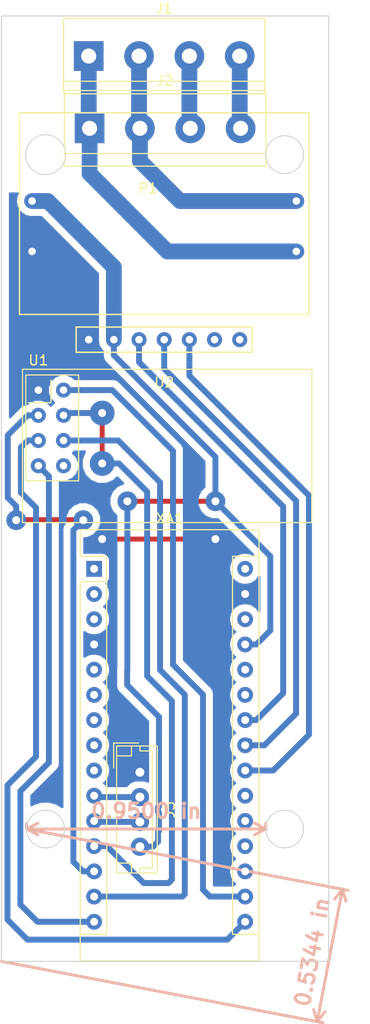
<source format=kicad_pcb>
(kicad_pcb (version 20171130) (host pcbnew "(5.0.1)-4")

  (general
    (thickness 1.6)
    (drawings 11)
    (tracks 155)
    (zones 0)
    (modules 7)
    (nets 37)
  )

  (page A4)
  (layers
    (0 F.Cu jumper)
    (31 B.Cu mixed)
    (33 F.Adhes user)
    (35 F.Paste user)
    (37 F.SilkS user)
    (39 F.Mask user)
    (40 Dwgs.User user)
    (41 Cmts.User user)
    (42 Eco1.User user)
    (43 Eco2.User user)
    (44 Edge.Cuts user)
    (45 Margin user)
    (47 F.CrtYd user)
    (49 F.Fab user)
  )

  (setup
    (last_trace_width 0.6)
    (trace_clearance 0.7)
    (zone_clearance 0.6)
    (zone_45_only no)
    (trace_min 0.2)
    (segment_width 0.2)
    (edge_width 0.1)
    (via_size 2)
    (via_drill 0.8)
    (via_min_size 2)
    (via_min_drill 0.8)
    (uvia_size 0.3)
    (uvia_drill 0.1)
    (uvias_allowed no)
    (uvia_min_size 0.2)
    (uvia_min_drill 0.1)
    (pcb_text_width 0.3)
    (pcb_text_size 1.5 1.5)
    (mod_edge_width 0.15)
    (mod_text_size 1 1)
    (mod_text_width 0.15)
    (pad_size 1.5 1.5)
    (pad_drill 0.6)
    (pad_to_mask_clearance 0)
    (solder_mask_min_width 0.25)
    (aux_axis_origin 97.155 160.02)
    (visible_elements 7FFFFFFF)
    (pcbplotparams
      (layerselection 0x01000_fffffffe)
      (usegerberextensions false)
      (usegerberattributes false)
      (usegerberadvancedattributes false)
      (creategerberjobfile false)
      (excludeedgelayer true)
      (linewidth 0.100000)
      (plotframeref false)
      (viasonmask false)
      (mode 1)
      (useauxorigin true)
      (hpglpennumber 1)
      (hpglpenspeed 20)
      (hpglpendiameter 15.000000)
      (psnegative false)
      (psa4output false)
      (plotreference true)
      (plotvalue true)
      (plotinvisibletext false)
      (padsonsilk false)
      (subtractmaskfromsilk false)
      (outputformat 1)
      (mirror false)
      (drillshape 0)
      (scaleselection 1)
      (outputdirectory "C:/Users/fabri/OneDrive/GitHub/Home_controller/Energy_meter/Drawing_energy_meter/gerber/"))
  )

  (net 0 "")
  (net 1 "Net-(J1-Pad2)")
  (net 2 "Net-(J1-Pad1)")
  (net 3 GND)
  (net 4 +3V3)
  (net 5 "Net-(U1-Pad3)")
  (net 6 "Net-(U1-Pad4)")
  (net 7 "Net-(U1-Pad5)")
  (net 8 "Net-(U1-Pad6)")
  (net 9 "Net-(U1-Pad7)")
  (net 10 "Net-(U1-Pad8)")
  (net 11 "Net-(U2-Pad3)")
  (net 12 "Net-(U2-Pad4)")
  (net 13 "Net-(U2-Pad5)")
  (net 14 "Net-(U2-Pad6)")
  (net 15 "Net-(U2-Pad7)")
  (net 16 "Net-(XA1-PadD0)")
  (net 17 "Net-(XA1-PadD1)")
  (net 18 "Net-(XA1-PadAREF)")
  (net 19 "Net-(XA1-PadRST1)")
  (net 20 "Net-(XA1-PadA0)")
  (net 21 "Net-(XA1-PadA1)")
  (net 22 "Net-(XA1-PadD2)")
  (net 23 "Net-(XA1-PadA2)")
  (net 24 "Net-(XA1-PadD3)")
  (net 25 "Net-(XA1-PadD4)")
  (net 26 "Net-(XA1-PadD5)")
  (net 27 "Net-(XA1-PadD6)")
  (net 28 "Net-(XA1-PadA6)")
  (net 29 "Net-(XA1-PadA7)")
  (net 30 "Net-(XA1-PadRST2)")
  (net 31 "Net-(XA1-PadVIN)")
  (net 32 "Net-(J1-Pad3)")
  (net 33 "Net-(J1-Pad4)")
  (net 34 +5V)
  (net 35 "Net-(J3-Pad2)")
  (net 36 "Net-(J3-Pad3)")

  (net_class Default "Ceci est la Netclass par défaut"
    (clearance 0.7)
    (trace_width 0.6)
    (via_dia 2)
    (via_drill 0.8)
    (uvia_dia 0.3)
    (uvia_drill 0.1)
    (add_net +3V3)
    (add_net +5V)
    (add_net GND)
    (add_net "Net-(J1-Pad1)")
    (add_net "Net-(J1-Pad2)")
    (add_net "Net-(J1-Pad3)")
    (add_net "Net-(J1-Pad4)")
    (add_net "Net-(J3-Pad2)")
    (add_net "Net-(J3-Pad3)")
    (add_net "Net-(U1-Pad3)")
    (add_net "Net-(U1-Pad4)")
    (add_net "Net-(U1-Pad5)")
    (add_net "Net-(U1-Pad6)")
    (add_net "Net-(U1-Pad7)")
    (add_net "Net-(U1-Pad8)")
    (add_net "Net-(U2-Pad3)")
    (add_net "Net-(U2-Pad4)")
    (add_net "Net-(U2-Pad5)")
    (add_net "Net-(U2-Pad6)")
    (add_net "Net-(U2-Pad7)")
    (add_net "Net-(XA1-PadA0)")
    (add_net "Net-(XA1-PadA1)")
    (add_net "Net-(XA1-PadA2)")
    (add_net "Net-(XA1-PadA6)")
    (add_net "Net-(XA1-PadA7)")
    (add_net "Net-(XA1-PadAREF)")
    (add_net "Net-(XA1-PadD0)")
    (add_net "Net-(XA1-PadD1)")
    (add_net "Net-(XA1-PadD2)")
    (add_net "Net-(XA1-PadD3)")
    (add_net "Net-(XA1-PadD4)")
    (add_net "Net-(XA1-PadD5)")
    (add_net "Net-(XA1-PadD6)")
    (add_net "Net-(XA1-PadRST1)")
    (add_net "Net-(XA1-PadRST2)")
    (add_net "Net-(XA1-PadVIN)")
  )

  (net_class Commande ""
    (clearance 0.8)
    (trace_width 1.2)
    (via_dia 3)
    (via_drill 0.8)
    (uvia_dia 0.3)
    (uvia_drill 0.1)
  )

  (module RF_Modules:nRF24L01_Breakout (layer F.Cu) (tedit 587EDB46) (tstamp 5BCCA9A0)
    (at 100.8761 102.4636)
    (descr "nRF24L01 breakout board")
    (tags "nRF24L01 adapter breakout")
    (path /5BA931F8)
    (fp_text reference U1 (at 0 -3) (layer F.SilkS)
      (effects (font (size 1 1) (thickness 0.15)))
    )
    (fp_text value NRF24L01_Breakout (at 13 5) (layer F.Fab)
      (effects (font (size 1 1) (thickness 0.15)))
    )
    (fp_line (start -1.5 -2) (end 27.5 -2) (layer F.Fab) (width 0.1))
    (fp_line (start 27.5 -2) (end 27.5 13.25) (layer F.Fab) (width 0.1))
    (fp_line (start 27.5 13.25) (end -1.5 13.25) (layer F.Fab) (width 0.1))
    (fp_line (start -1.5 13.25) (end -1.5 -2) (layer F.Fab) (width 0.1))
    (fp_line (start -1.5 -2) (end -1.5 -2) (layer F.Fab) (width 0.1))
    (fp_line (start -1.27 -1.27) (end 3.81 -1.27) (layer F.Fab) (width 0.1))
    (fp_line (start 3.81 -1.27) (end 3.81 8.89) (layer F.Fab) (width 0.1))
    (fp_line (start 3.81 8.89) (end -1.27 8.89) (layer F.Fab) (width 0.1))
    (fp_line (start -1.27 8.89) (end -1.27 -1.27) (layer F.Fab) (width 0.1))
    (fp_line (start -1.27 -1.27) (end -1.27 -1.27) (layer F.Fab) (width 0.1))
    (fp_line (start -1.27 -1.524) (end 4.064 -1.524) (layer F.SilkS) (width 0.12))
    (fp_line (start 4.064 -1.524) (end 4.064 9.144) (layer F.SilkS) (width 0.12))
    (fp_line (start 4.064 9.144) (end -1.27 9.144) (layer F.SilkS) (width 0.12))
    (fp_line (start -1.27 9.144) (end -1.27 9.144) (layer F.SilkS) (width 0.12))
    (fp_line (start 1.27 -1.016) (end 1.27 1.27) (layer F.SilkS) (width 0.12))
    (fp_line (start 1.27 1.27) (end -1.016 1.27) (layer F.SilkS) (width 0.12))
    (fp_line (start -1.016 1.27) (end -1.016 1.27) (layer F.SilkS) (width 0.12))
    (fp_line (start -1.6 -2.1) (end 27.6 -2.1) (layer F.SilkS) (width 0.12))
    (fp_line (start 27.6 -2.1) (end 27.6 13.35) (layer F.SilkS) (width 0.12))
    (fp_line (start 27.6 13.35) (end -1.6 13.35) (layer F.SilkS) (width 0.12))
    (fp_line (start -1.6 13.35) (end -1.6 -2.1) (layer F.SilkS) (width 0.12))
    (fp_line (start -1.6 -2.1) (end -1.6 -2.1) (layer F.SilkS) (width 0.12))
    (fp_line (start -1.27 9.144) (end -1.27 -1.524) (layer F.SilkS) (width 0.12))
    (fp_line (start -1.27 -1.524) (end -1.27 -1.524) (layer F.SilkS) (width 0.12))
    (fp_line (start 27.75 -2.25) (end -1.75 -2.25) (layer F.CrtYd) (width 0.05))
    (fp_line (start -1.75 -2.25) (end -1.75 13.5) (layer F.CrtYd) (width 0.05))
    (fp_line (start -1.75 13.5) (end 27.75 13.5) (layer F.CrtYd) (width 0.05))
    (fp_line (start 27.75 13.5) (end 27.75 -2.25) (layer F.CrtYd) (width 0.05))
    (fp_line (start 27.75 -2.25) (end 27.75 -2.25) (layer F.CrtYd) (width 0.05))
    (pad 1 thru_hole rect (at 0 0) (size 1.524 1.524) (drill 0.762) (layers *.Cu *.Mask)
      (net 3 GND))
    (pad 2 thru_hole circle (at 2.54 0) (size 1.524 1.524) (drill 0.762) (layers *.Cu *.Mask)
      (net 4 +3V3))
    (pad 3 thru_hole circle (at 0 2.54) (size 1.524 1.524) (drill 0.762) (layers *.Cu *.Mask)
      (net 5 "Net-(U1-Pad3)"))
    (pad 4 thru_hole circle (at 2.54 2.54) (size 1.524 1.524) (drill 0.762) (layers *.Cu *.Mask)
      (net 6 "Net-(U1-Pad4)"))
    (pad 5 thru_hole circle (at 0 5.08) (size 1.524 1.524) (drill 0.762) (layers *.Cu *.Mask)
      (net 7 "Net-(U1-Pad5)"))
    (pad 6 thru_hole circle (at 2.54 5.08) (size 1.524 1.524) (drill 0.762) (layers *.Cu *.Mask)
      (net 8 "Net-(U1-Pad6)"))
    (pad 7 thru_hole circle (at 0 7.62) (size 1.524 1.524) (drill 0.762) (layers *.Cu *.Mask)
      (net 9 "Net-(U1-Pad7)"))
    (pad 8 thru_hole circle (at 2.54 7.62) (size 1.524 1.524) (drill 0.762) (layers *.Cu *.Mask)
      (net 10 "Net-(U1-Pad8)"))
    (model ${KISYS3DMOD}/RF_Modules.3dshapes/nRF24L01_Breakout.wrl
      (at (xyz 0 0 0))
      (scale (xyz 1 1 1))
      (rotate (xyz 0 0 0))
    )
  )

  (module mysensors_radios:Arduino_Nano_2 (layer F.Cu) (tedit 5BCCA2BA) (tstamp 5BCCA9E8)
    (at 106.5022 120.4722)
    (descr "Arduino Nano, http://www.mouser.com/pdfdocs/Gravitech_Arduino_Nano3_0.pdf")
    (tags "Arduino Nano")
    (path /5BA93179)
    (fp_text reference XA1 (at 7.62 -5.08) (layer F.SilkS)
      (effects (font (size 1 1) (thickness 0.15)))
    )
    (fp_text value Arduino_Nano_Socket (at 8.89 19.05 90) (layer F.Fab)
      (effects (font (size 1 1) (thickness 0.15)))
    )
    (fp_text user %R (at 6.35 19.05 90) (layer F.Fab)
      (effects (font (size 1 1) (thickness 0.15)))
    )
    (fp_line (start 1.27 1.27) (end 1.27 -1.27) (layer F.SilkS) (width 0.12))
    (fp_line (start 1.27 -1.27) (end -1.4 -1.27) (layer F.SilkS) (width 0.12))
    (fp_line (start -1.4 1.27) (end -1.4 39.5) (layer F.SilkS) (width 0.12))
    (fp_line (start -1.4 -3.94) (end -1.4 -1.27) (layer F.SilkS) (width 0.12))
    (fp_line (start 13.97 -1.27) (end 16.64 -1.27) (layer F.SilkS) (width 0.12))
    (fp_line (start 13.97 -1.27) (end 13.97 36.83) (layer F.SilkS) (width 0.12))
    (fp_line (start 13.97 36.83) (end 16.64 36.83) (layer F.SilkS) (width 0.12))
    (fp_line (start 1.27 1.27) (end -1.4 1.27) (layer F.SilkS) (width 0.12))
    (fp_line (start 1.27 1.27) (end 1.27 36.83) (layer F.SilkS) (width 0.12))
    (fp_line (start 1.27 36.83) (end -1.4 36.83) (layer F.SilkS) (width 0.12))
    (fp_line (start 3.81 31.75) (end 11.43 31.75) (layer F.Fab) (width 0.1))
    (fp_line (start 11.43 31.75) (end 11.43 41.91) (layer F.Fab) (width 0.1))
    (fp_line (start 11.43 41.91) (end 3.81 41.91) (layer F.Fab) (width 0.1))
    (fp_line (start 3.81 41.91) (end 3.81 31.75) (layer F.Fab) (width 0.1))
    (fp_line (start -1.4 39.5) (end 16.64 39.5) (layer F.SilkS) (width 0.12))
    (fp_line (start 16.64 39.5) (end 16.64 -3.94) (layer F.SilkS) (width 0.12))
    (fp_line (start 16.64 -3.94) (end -1.4 -3.94) (layer F.SilkS) (width 0.12))
    (fp_line (start 16.51 39.37) (end -1.27 39.37) (layer F.Fab) (width 0.1))
    (fp_line (start -1.27 39.37) (end -1.27 -2.54) (layer F.Fab) (width 0.1))
    (fp_line (start -1.27 -2.54) (end 0 -3.81) (layer F.Fab) (width 0.1))
    (fp_line (start 0 -3.81) (end 16.51 -3.81) (layer F.Fab) (width 0.1))
    (fp_line (start 16.51 -3.81) (end 16.51 39.37) (layer F.Fab) (width 0.1))
    (fp_line (start -1.53 -4.06) (end 16.75 -4.06) (layer F.CrtYd) (width 0.05))
    (fp_line (start -1.53 -4.06) (end -1.53 42.16) (layer F.CrtYd) (width 0.05))
    (fp_line (start 16.75 42.16) (end 16.75 -4.06) (layer F.CrtYd) (width 0.05))
    (fp_line (start 16.75 42.16) (end -1.53 42.16) (layer F.CrtYd) (width 0.05))
    (pad D0 thru_hole rect (at 0 0) (size 1.6 1.6) (drill 0.8) (layers *.Cu *.Mask)
      (net 16 "Net-(XA1-PadD0)"))
    (pad 3V3 thru_hole oval (at 15.24 33.02) (size 1.6 1.6) (drill 0.8) (layers *.Cu *.Mask)
      (net 4 +3V3))
    (pad D1 thru_hole oval (at 0 2.54) (size 1.6 1.6) (drill 0.8) (layers *.Cu *.Mask)
      (net 17 "Net-(XA1-PadD1)"))
    (pad AREF thru_hole oval (at 15.24 30.48) (size 1.6 1.6) (drill 0.8) (layers *.Cu *.Mask)
      (net 18 "Net-(XA1-PadAREF)"))
    (pad RST1 thru_hole oval (at 0 5.08) (size 1.6 1.6) (drill 0.8) (layers *.Cu *.Mask)
      (net 19 "Net-(XA1-PadRST1)"))
    (pad A0 thru_hole oval (at 15.24 27.94) (size 1.6 1.6) (drill 0.8) (layers *.Cu *.Mask)
      (net 20 "Net-(XA1-PadA0)"))
    (pad GND1 thru_hole oval (at 0 7.62) (size 1.6 1.6) (drill 0.8) (layers *.Cu *.Mask)
      (net 3 GND))
    (pad A1 thru_hole oval (at 15.24 25.4) (size 1.6 1.6) (drill 0.8) (layers *.Cu *.Mask)
      (net 21 "Net-(XA1-PadA1)"))
    (pad D2 thru_hole oval (at 0 10.16) (size 1.6 1.6) (drill 0.8) (layers *.Cu *.Mask)
      (net 22 "Net-(XA1-PadD2)"))
    (pad A2 thru_hole oval (at 15.24 22.86) (size 1.6 1.6) (drill 0.8) (layers *.Cu *.Mask)
      (net 23 "Net-(XA1-PadA2)"))
    (pad D3 thru_hole oval (at 0 12.7) (size 1.6 1.6) (drill 0.8) (layers *.Cu *.Mask)
      (net 24 "Net-(XA1-PadD3)"))
    (pad A3 thru_hole oval (at 15.24 20.32) (size 1.6 1.6) (drill 0.8) (layers *.Cu *.Mask)
      (net 13 "Net-(U2-Pad5)"))
    (pad D4 thru_hole oval (at 0 15.24) (size 1.6 1.6) (drill 0.8) (layers *.Cu *.Mask)
      (net 25 "Net-(XA1-PadD4)"))
    (pad A4 thru_hole oval (at 15.24 17.78) (size 1.6 1.6) (drill 0.8) (layers *.Cu *.Mask)
      (net 12 "Net-(U2-Pad4)"))
    (pad D5 thru_hole oval (at 0 17.78) (size 1.6 1.6) (drill 0.8) (layers *.Cu *.Mask)
      (net 26 "Net-(XA1-PadD5)"))
    (pad A5 thru_hole oval (at 15.24 15.24) (size 1.6 1.6) (drill 0.8) (layers *.Cu *.Mask)
      (net 11 "Net-(U2-Pad3)"))
    (pad D6 thru_hole oval (at 0 20.32) (size 1.6 1.6) (drill 0.8) (layers *.Cu *.Mask)
      (net 27 "Net-(XA1-PadD6)"))
    (pad A6 thru_hole oval (at 15.24 12.7) (size 1.6 1.6) (drill 0.8) (layers *.Cu *.Mask)
      (net 28 "Net-(XA1-PadA6)"))
    (pad D7 thru_hole oval (at 0 22.86) (size 1.6 1.6) (drill 0.8) (layers *.Cu *.Mask)
      (net 35 "Net-(J3-Pad2)"))
    (pad A7 thru_hole oval (at 15.24 10.16) (size 1.6 1.6) (drill 0.8) (layers *.Cu *.Mask)
      (net 29 "Net-(XA1-PadA7)"))
    (pad D8 thru_hole oval (at 0 25.4) (size 1.6 1.6) (drill 0.8) (layers *.Cu *.Mask)
      (net 36 "Net-(J3-Pad3)"))
    (pad 5V thru_hole oval (at 15.24 7.62) (size 1.6 1.6) (drill 0.8) (layers *.Cu *.Mask)
      (net 34 +5V))
    (pad D9 thru_hole oval (at 0 27.94) (size 1.6 1.6) (drill 0.8) (layers *.Cu *.Mask)
      (net 6 "Net-(U1-Pad4)"))
    (pad RST2 thru_hole oval (at 15.24 5.08) (size 1.6 1.6) (drill 0.8) (layers *.Cu *.Mask)
      (net 30 "Net-(XA1-PadRST2)"))
    (pad D10 thru_hole oval (at 0 30.48) (size 1.6 1.6) (drill 0.8) (layers *.Cu *.Mask)
      (net 5 "Net-(U1-Pad3)"))
    (pad GND2 thru_hole oval (at 15.24 2.54) (size 1.6 1.6) (drill 0.8) (layers *.Cu *.Mask)
      (net 3 GND))
    (pad D11 thru_hole oval (at 0 33.02) (size 1.6 1.6) (drill 0.8) (layers *.Cu *.Mask)
      (net 8 "Net-(U1-Pad6)"))
    (pad VIN thru_hole oval (at 15.24 0) (size 1.6 1.6) (drill 0.8) (layers *.Cu *.Mask)
      (net 31 "Net-(XA1-PadVIN)"))
    (pad D12 thru_hole oval (at 0 35.56) (size 1.6 1.6) (drill 0.8) (layers *.Cu *.Mask)
      (net 9 "Net-(U1-Pad7)"))
    (pad D13 thru_hole oval (at 15.24 35.56) (size 1.6 1.6) (drill 0.8) (layers *.Cu *.Mask)
      (net 7 "Net-(U1-Pad5)"))
  )

  (module Connectors_Terminal_Blocks:TerminalBlock_bornier-4_P5.08mm (layer F.Cu) (tedit 59FF03D1) (tstamp 5BCCA98C)
    (at 105.9561 68.8086)
    (descr "simple 4-pin terminal block, pitch 5.08mm, revamped version of bornier4")
    (tags "terminal block bornier4")
    (path /5BCCA4A6)
    (fp_text reference J1 (at 7.6 -4.8) (layer F.SilkS)
      (effects (font (size 1 1) (thickness 0.15)))
    )
    (fp_text value Power (at 7.6 4.75) (layer F.Fab)
      (effects (font (size 1 1) (thickness 0.15)))
    )
    (fp_text user %R (at 7.62 0) (layer F.Fab)
      (effects (font (size 1 1) (thickness 0.15)))
    )
    (fp_line (start -2.48 2.55) (end 17.72 2.55) (layer F.Fab) (width 0.1))
    (fp_line (start -2.43 3.75) (end -2.48 3.75) (layer F.Fab) (width 0.1))
    (fp_line (start -2.48 3.75) (end -2.48 -3.75) (layer F.Fab) (width 0.1))
    (fp_line (start -2.48 -3.75) (end 17.72 -3.75) (layer F.Fab) (width 0.1))
    (fp_line (start 17.72 -3.75) (end 17.72 3.75) (layer F.Fab) (width 0.1))
    (fp_line (start 17.72 3.75) (end -2.43 3.75) (layer F.Fab) (width 0.1))
    (fp_line (start -2.54 -3.81) (end -2.54 3.81) (layer F.SilkS) (width 0.12))
    (fp_line (start 17.78 3.81) (end 17.78 -3.81) (layer F.SilkS) (width 0.12))
    (fp_line (start 17.78 2.54) (end -2.54 2.54) (layer F.SilkS) (width 0.12))
    (fp_line (start -2.54 -3.81) (end 17.78 -3.81) (layer F.SilkS) (width 0.12))
    (fp_line (start -2.54 3.81) (end 17.78 3.81) (layer F.SilkS) (width 0.12))
    (fp_line (start -2.73 -4) (end 17.97 -4) (layer F.CrtYd) (width 0.05))
    (fp_line (start -2.73 -4) (end -2.73 4) (layer F.CrtYd) (width 0.05))
    (fp_line (start 17.97 4) (end 17.97 -4) (layer F.CrtYd) (width 0.05))
    (fp_line (start 17.97 4) (end -2.73 4) (layer F.CrtYd) (width 0.05))
    (pad 2 thru_hole circle (at 5.08 0) (size 3 3) (drill 1.52) (layers *.Cu *.Mask)
      (net 1 "Net-(J1-Pad2)"))
    (pad 3 thru_hole circle (at 10.16 0) (size 3 3) (drill 1.52) (layers *.Cu *.Mask)
      (net 32 "Net-(J1-Pad3)"))
    (pad 1 thru_hole rect (at 0 0) (size 3 3) (drill 1.52) (layers *.Cu *.Mask)
      (net 2 "Net-(J1-Pad1)"))
    (pad 4 thru_hole circle (at 15.24 0) (size 3 3) (drill 1.52) (layers *.Cu *.Mask)
      (net 33 "Net-(J1-Pad4)"))
    (model ${KISYS3DMOD}/Terminal_Blocks.3dshapes/TerminalBlock_bornier-4_P5.08mm.wrl
      (offset (xyz 7.619999885559082 0 0))
      (scale (xyz 1 1 1))
      (rotate (xyz 0 0 0))
    )
  )

  (module mysensors_radios:Alimentation5V (layer F.Cu) (tedit 5BCC9106) (tstamp 5BCCA994)
    (at 112.9411 84.6836)
    (path /5BCC8A38)
    (fp_text reference P1 (at -1.016 -2.548) (layer F.SilkS)
      (effects (font (size 1 1) (thickness 0.15)))
    )
    (fp_text value Alimentation230/5 (at -1.016 -3.548) (layer F.Fab)
      (effects (font (size 1 1) (thickness 0.15)))
    )
    (fp_line (start -13.97 -10.16) (end 15.24 -10.16) (layer F.SilkS) (width 0.15))
    (fp_line (start 15.24 -10.16) (end 15.24 10.16) (layer F.SilkS) (width 0.15))
    (fp_line (start 15.24 10.16) (end -13.97 10.16) (layer F.SilkS) (width 0.15))
    (fp_line (start -13.97 10.16) (end -13.97 -10.16) (layer F.SilkS) (width 0.15))
    (pad 4 thru_hole circle (at -12.7 3.81) (size 1.524 1.524) (drill 0.762) (layers *.Cu *.Mask)
      (net 3 GND))
    (pad 3 thru_hole circle (at -12.7 -1.27) (size 1.524 1.524) (drill 0.762) (layers *.Cu *.Mask)
      (net 34 +5V))
    (pad 1 thru_hole circle (at 13.97 -1.27) (size 1.524 1.524) (drill 0.762) (layers *.Cu *.Mask)
      (net 1 "Net-(J1-Pad2)"))
    (pad 2 thru_hole circle (at 13.97 3.81) (size 1.524 1.524) (drill 0.762) (layers *.Cu *.Mask)
      (net 2 "Net-(J1-Pad1)"))
  )

  (module Display:96OLEDV2 (layer F.Cu) (tedit 5BCC96FE) (tstamp 5BCCA9AB)
    (at 105.9561 97.3836)
    (path /5BA941EF)
    (fp_text reference U2 (at 7.62 4.31) (layer F.SilkS)
      (effects (font (size 1 1) (thickness 0.15)))
    )
    (fp_text value OLED_I2C_128X64_096IN (at 7.62 3.31) (layer F.Fab)
      (effects (font (size 1 1) (thickness 0.15)))
    )
    (fp_line (start -1.27 -1.27) (end 16.51 -1.27) (layer F.SilkS) (width 0.15))
    (fp_line (start 16.51 -1.27) (end 16.51 1.27) (layer F.SilkS) (width 0.15))
    (fp_line (start 16.51 1.27) (end -1.27 1.27) (layer F.SilkS) (width 0.15))
    (fp_line (start -1.27 1.27) (end -1.27 -1.27) (layer F.SilkS) (width 0.15))
    (pad 1 thru_hole circle (at 0 0) (size 1.524 1.524) (drill 0.762) (layers *.Cu *.Mask)
      (net 3 GND))
    (pad 2 thru_hole circle (at 2.54 0) (size 1.524 1.524) (drill 0.762) (layers *.Cu *.Mask)
      (net 34 +5V))
    (pad 3 thru_hole circle (at 5.08 0) (size 1.524 1.524) (drill 0.762) (layers *.Cu *.Mask)
      (net 11 "Net-(U2-Pad3)"))
    (pad 4 thru_hole circle (at 7.62 0) (size 1.524 1.524) (drill 0.762) (layers *.Cu *.Mask)
      (net 12 "Net-(U2-Pad4)"))
    (pad 5 thru_hole circle (at 10.16 0) (size 1.524 1.524) (drill 0.762) (layers *.Cu *.Mask)
      (net 13 "Net-(U2-Pad5)"))
    (pad 6 thru_hole circle (at 12.7 0) (size 1.524 1.524) (drill 0.762) (layers *.Cu *.Mask)
      (net 14 "Net-(U2-Pad6)"))
    (pad 7 thru_hole circle (at 15.24 0) (size 1.524 1.524) (drill 0.762) (layers *.Cu *.Mask)
      (net 15 "Net-(U2-Pad7)"))
  )

  (module Connectors_Terminal_Blocks:TerminalBlock_bornier-4_P5.08mm (layer F.Cu) (tedit 59FF03D1) (tstamp 5BCCBE04)
    (at 106.045 76.090001)
    (descr "simple 4-pin terminal block, pitch 5.08mm, revamped version of bornier4")
    (tags "terminal block bornier4")
    (path /5BCCBE0C)
    (fp_text reference J2 (at 7.6 -4.8) (layer F.SilkS)
      (effects (font (size 1 1) (thickness 0.15)))
    )
    (fp_text value "Puissance PZEM" (at 7.6 4.75) (layer F.Fab)
      (effects (font (size 1 1) (thickness 0.15)))
    )
    (fp_text user %R (at 7.62 0) (layer F.Fab)
      (effects (font (size 1 1) (thickness 0.15)))
    )
    (fp_line (start -2.48 2.55) (end 17.72 2.55) (layer F.Fab) (width 0.1))
    (fp_line (start -2.43 3.75) (end -2.48 3.75) (layer F.Fab) (width 0.1))
    (fp_line (start -2.48 3.75) (end -2.48 -3.75) (layer F.Fab) (width 0.1))
    (fp_line (start -2.48 -3.75) (end 17.72 -3.75) (layer F.Fab) (width 0.1))
    (fp_line (start 17.72 -3.75) (end 17.72 3.75) (layer F.Fab) (width 0.1))
    (fp_line (start 17.72 3.75) (end -2.43 3.75) (layer F.Fab) (width 0.1))
    (fp_line (start -2.54 -3.81) (end -2.54 3.81) (layer F.SilkS) (width 0.12))
    (fp_line (start 17.78 3.81) (end 17.78 -3.81) (layer F.SilkS) (width 0.12))
    (fp_line (start 17.78 2.54) (end -2.54 2.54) (layer F.SilkS) (width 0.12))
    (fp_line (start -2.54 -3.81) (end 17.78 -3.81) (layer F.SilkS) (width 0.12))
    (fp_line (start -2.54 3.81) (end 17.78 3.81) (layer F.SilkS) (width 0.12))
    (fp_line (start -2.73 -4) (end 17.97 -4) (layer F.CrtYd) (width 0.05))
    (fp_line (start -2.73 -4) (end -2.73 4) (layer F.CrtYd) (width 0.05))
    (fp_line (start 17.97 4) (end 17.97 -4) (layer F.CrtYd) (width 0.05))
    (fp_line (start 17.97 4) (end -2.73 4) (layer F.CrtYd) (width 0.05))
    (pad 2 thru_hole circle (at 5.08 0) (size 3 3) (drill 1.52) (layers *.Cu *.Mask)
      (net 1 "Net-(J1-Pad2)"))
    (pad 3 thru_hole circle (at 10.16 0) (size 3 3) (drill 1.52) (layers *.Cu *.Mask)
      (net 32 "Net-(J1-Pad3)"))
    (pad 1 thru_hole rect (at 0 0) (size 3 3) (drill 1.52) (layers *.Cu *.Mask)
      (net 2 "Net-(J1-Pad1)"))
    (pad 4 thru_hole circle (at 15.24 0) (size 3 3) (drill 1.52) (layers *.Cu *.Mask)
      (net 33 "Net-(J1-Pad4)"))
    (model ${KISYS3DMOD}/Terminal_Blocks.3dshapes/TerminalBlock_bornier-4_P5.08mm.wrl
      (offset (xyz 7.619999885559082 0 0))
      (scale (xyz 1 1 1))
      (rotate (xyz 0 0 0))
    )
  )

  (module Connectors_JST:JST_EH_B04B-EH-A_04x2.50mm_Straight (layer F.Cu) (tedit 58A3B0B5) (tstamp 5BCCBE0C)
    (at 111.125 140.97 270)
    (descr "JST EH series connector, B04B-EH-A, 2.50mm pitch, top entry")
    (tags "connector jst eh top vertical straight")
    (path /5BCCBF85)
    (fp_text reference J3 (at 3.75 -3 270) (layer F.SilkS)
      (effects (font (size 1 1) (thickness 0.15)))
    )
    (fp_text value "Serie PZEM" (at 3.75 3.5 270) (layer F.Fab)
      (effects (font (size 1 1) (thickness 0.15)))
    )
    (fp_text user %R (at 3.75 -3 270) (layer F.Fab)
      (effects (font (size 1 1) (thickness 0.15)))
    )
    (fp_line (start -2.5 -1.6) (end -2.5 2.2) (layer F.Fab) (width 0.1))
    (fp_line (start -2.5 2.2) (end 10 2.2) (layer F.Fab) (width 0.1))
    (fp_line (start 10 2.2) (end 10 -1.6) (layer F.Fab) (width 0.1))
    (fp_line (start 10 -1.6) (end -2.5 -1.6) (layer F.Fab) (width 0.1))
    (fp_line (start -2.65 -1.75) (end -2.65 2.35) (layer F.SilkS) (width 0.12))
    (fp_line (start -2.65 2.35) (end 10.15 2.35) (layer F.SilkS) (width 0.12))
    (fp_line (start 10.15 2.35) (end 10.15 -1.75) (layer F.SilkS) (width 0.12))
    (fp_line (start 10.15 -1.75) (end -2.65 -1.75) (layer F.SilkS) (width 0.12))
    (fp_line (start -2.65 0) (end -2.15 0) (layer F.SilkS) (width 0.12))
    (fp_line (start -2.15 0) (end -2.15 -1.25) (layer F.SilkS) (width 0.12))
    (fp_line (start -2.15 -1.25) (end 9.65 -1.25) (layer F.SilkS) (width 0.12))
    (fp_line (start 9.65 -1.25) (end 9.65 0) (layer F.SilkS) (width 0.12))
    (fp_line (start 9.65 0) (end 10.15 0) (layer F.SilkS) (width 0.12))
    (fp_line (start -2.65 0.85) (end -1.65 0.85) (layer F.SilkS) (width 0.12))
    (fp_line (start -1.65 0.85) (end -1.65 2.35) (layer F.SilkS) (width 0.12))
    (fp_line (start 10.15 0.85) (end 9.15 0.85) (layer F.SilkS) (width 0.12))
    (fp_line (start 9.15 0.85) (end 9.15 2.35) (layer F.SilkS) (width 0.12))
    (fp_line (start -2.95 0.15) (end -2.95 2.65) (layer F.SilkS) (width 0.12))
    (fp_line (start -2.95 2.65) (end -0.45 2.65) (layer F.SilkS) (width 0.12))
    (fp_line (start -2.95 0.15) (end -2.95 2.65) (layer F.Fab) (width 0.1))
    (fp_line (start -2.95 2.65) (end -0.45 2.65) (layer F.Fab) (width 0.1))
    (fp_line (start -3.15 -2.25) (end -3.15 2.85) (layer F.CrtYd) (width 0.05))
    (fp_line (start -3.15 2.85) (end 10.65 2.85) (layer F.CrtYd) (width 0.05))
    (fp_line (start 10.65 2.85) (end 10.65 -2.25) (layer F.CrtYd) (width 0.05))
    (fp_line (start 10.65 -2.25) (end -3.15 -2.25) (layer F.CrtYd) (width 0.05))
    (pad 1 thru_hole rect (at 0 0 270) (size 1.85 1.85) (drill 0.9) (layers *.Cu *.Mask)
      (net 3 GND))
    (pad 2 thru_hole circle (at 2.5 0 270) (size 1.85 1.85) (drill 0.9) (layers *.Cu *.Mask)
      (net 35 "Net-(J3-Pad2)"))
    (pad 3 thru_hole circle (at 5 0 270) (size 1.85 1.85) (drill 0.9) (layers *.Cu *.Mask)
      (net 36 "Net-(J3-Pad3)"))
    (pad 4 thru_hole circle (at 7.5 0 270) (size 1.85 1.85) (drill 0.9) (layers *.Cu *.Mask)
      (net 34 +5V))
    (model Connectors_JST.3dshapes/JST_EH_B04B-EH-A_04x2.50mm_Straight.wrl
      (at (xyz 0 0 0))
      (scale (xyz 1 1 1))
      (rotate (xyz 0 0 0))
    )
  )

  (gr_line (start 97.155 160.02) (end 97.155 64.77) (layer Edge.Cuts) (width 0.1))
  (gr_circle (center 101.6 146.685) (end 103.505 146.685) (layer Edge.Cuts) (width 0.1))
  (dimension 13.57475 (width 0.3) (layer B.SilkS)
    (gr_text "13,575 mm" (at 132.351849 159.814757 79.21570213) (layer B.SilkS)
      (effects (font (size 1.5 1.5) (thickness 0.3)))
    )
    (feature1 (pts (xy 97.155 160.02) (xy 129.595002 166.199048)))
    (feature2 (pts (xy 99.695 146.685) (xy 132.135002 152.864048)))
    (crossbar (pts (xy 131.558938 152.754322) (xy 129.018938 166.089322)))
    (arrow1a (pts (xy 129.018938 166.089322) (xy 128.653657 164.872987)))
    (arrow1b (pts (xy 129.018938 166.089322) (xy 129.805784 165.09244)))
    (arrow2a (pts (xy 131.558938 152.754322) (xy 130.772092 153.751204)))
    (arrow2b (pts (xy 131.558938 152.754322) (xy 131.924219 153.970657)))
  )
  (dimension 24.13 (width 0.3) (layer B.SilkS)
    (gr_text "24,130 mm" (at 111.76 144.585) (layer B.SilkS)
      (effects (font (size 1.5 1.5) (thickness 0.3)))
    )
    (feature1 (pts (xy 99.695 146.685) (xy 99.695 146.098579)))
    (feature2 (pts (xy 123.825 146.685) (xy 123.825 146.098579)))
    (crossbar (pts (xy 123.825 146.685) (xy 99.695 146.685)))
    (arrow1a (pts (xy 99.695 146.685) (xy 100.821504 146.098579)))
    (arrow1b (pts (xy 99.695 146.685) (xy 100.821504 147.271421)))
    (arrow2a (pts (xy 123.825 146.685) (xy 122.698496 146.098579)))
    (arrow2b (pts (xy 123.825 146.685) (xy 122.698496 147.271421)))
  )
  (dimension 24.13 (width 0.3) (layer B.SilkS)
    (gr_text "24,130 mm" (at 111.76 144.585) (layer B.SilkS)
      (effects (font (size 1.5 1.5) (thickness 0.3)))
    )
    (feature1 (pts (xy 99.695 146.685) (xy 99.695 146.098579)))
    (feature2 (pts (xy 123.825 146.685) (xy 123.825 146.098579)))
    (crossbar (pts (xy 123.825 146.685) (xy 99.695 146.685)))
    (arrow1a (pts (xy 99.695 146.685) (xy 100.821504 146.098579)))
    (arrow1b (pts (xy 99.695 146.685) (xy 100.821504 147.271421)))
    (arrow2a (pts (xy 123.825 146.685) (xy 122.698496 146.098579)))
    (arrow2b (pts (xy 123.825 146.685) (xy 122.698496 147.271421)))
  )
  (gr_line (start 130.175 160.02) (end 97.155 160.02) (angle 90) (layer Edge.Cuts) (width 0.1))
  (gr_line (start 97.155 64.77) (end 130.175 64.77) (angle 90) (layer Edge.Cuts) (width 0.1))
  (gr_circle (center 125.73 78.74) (end 127.635 78.74) (layer Edge.Cuts) (width 0.1))
  (gr_circle (center 101.6 78.74) (end 99.695 78.105) (layer Edge.Cuts) (width 0.1))
  (gr_circle (center 125.73 146.685) (end 127.635 146.685) (layer Edge.Cuts) (width 0.1))
  (gr_line (start 130.175 64.77) (end 130.175 160.02) (angle 90) (layer Edge.Cuts) (width 0.1))

  (segment (start 111.125 76.090001) (end 111.125 79.375) (width 1.6) (layer B.Cu) (net 1))
  (segment (start 111.125 79.375) (end 115.1636 83.4136) (width 1.6) (layer B.Cu) (net 1) (tstamp 5BCCC0B7))
  (segment (start 115.1636 83.4136) (end 126.9111 83.4136) (width 1.6) (layer B.Cu) (net 1) (tstamp 5BCCC0BA))
  (segment (start 111.0361 68.8086) (end 111.0361 74.8411) (width 1.6) (layer B.Cu) (net 1))
  (segment (start 106.045 76.090001) (end 106.045 80.645) (width 1.6) (layer B.Cu) (net 2))
  (segment (start 106.045 80.645) (end 113.8936 88.4936) (width 1.6) (layer B.Cu) (net 2) (tstamp 5BCCC0AC))
  (segment (start 113.8936 88.4936) (end 126.9111 88.4936) (width 1.6) (layer B.Cu) (net 2) (tstamp 5BCCC0B3))
  (segment (start 105.9561 76.1111) (end 106.045 76.2) (width 1.6) (layer F.Cu) (net 2) (tstamp 5BCCB693))
  (segment (start 105.9561 68.8086) (end 105.9561 76.1111) (width 1.6) (layer B.Cu) (net 2))
  (via (at 118.745 117.475) (size 2) (drill 0.8) (layers F.Cu B.Cu) (net 3))
  (segment (start 107.315 117.475) (end 118.745 117.475) (width 0.5) (layer F.Cu) (net 3) (tstamp 5BCCE583))
  (via (at 107.315 117.475) (size 2) (drill 0.8) (layers F.Cu B.Cu) (net 3))
  (segment (start 100.2411 88.4936) (end 100.2411 96.4311) (width 1) (layer B.Cu) (net 3))
  (segment (start 100.2411 96.4311) (end 101.1936 97.3836) (width 1) (layer B.Cu) (net 3) (tstamp 5BCCCE51))
  (segment (start 105.9561 97.3836) (end 101.1936 97.3836) (width 1) (layer B.Cu) (net 3))
  (segment (start 101.1936 97.3836) (end 100.8761 97.7011) (width 1) (layer B.Cu) (net 3) (tstamp 5BCCCE46))
  (segment (start 100.8761 97.7011) (end 100.8761 102.4636) (width 1) (layer B.Cu) (net 3) (tstamp 5BCCCE4D))
  (segment (start 100.2411 88.4936) (end 103.0986 88.4936) (width 1.6) (layer B.Cu) (net 3))
  (segment (start 103.0986 88.4936) (end 105.9561 91.3511) (width 1.6) (layer B.Cu) (net 3) (tstamp 5BCCB71A))
  (segment (start 105.9561 91.3511) (end 105.9561 97.3836) (width 1.6) (layer B.Cu) (net 3) (tstamp 5BCCB71F))
  (segment (start 120.942201 122.212201) (end 121.7422 123.0122) (width 0.6) (layer B.Cu) (net 3))
  (segment (start 120.818199 122.212201) (end 120.942201 122.212201) (width 0.6) (layer B.Cu) (net 3))
  (segment (start 118.745 120.139002) (end 120.818199 122.212201) (width 0.6) (layer B.Cu) (net 3))
  (segment (start 118.745 117.475) (end 118.745 120.139002) (width 0.6) (layer B.Cu) (net 3))
  (segment (start 115.76511 108.056617) (end 115.76511 117.7036) (width 0.6) (layer B.Cu) (net 3))
  (segment (start 106.718099 99.009608) (end 115.76511 108.056617) (width 0.6) (layer B.Cu) (net 3))
  (segment (start 105.9561 97.3836) (end 106.718099 98.145599) (width 0.6) (layer B.Cu) (net 3))
  (segment (start 106.718099 98.145599) (end 106.718099 99.009608) (width 0.6) (layer B.Cu) (net 3))
  (segment (start 115.99371 117.475) (end 118.745 117.475) (width 0.6) (layer B.Cu) (net 3))
  (segment (start 115.76511 117.7036) (end 115.99371 117.475) (width 0.6) (layer B.Cu) (net 3))
  (segment (start 108.302201 127.423569) (end 107.63357 128.0922) (width 0.6) (layer B.Cu) (net 3))
  (segment (start 108.302201 118.462201) (end 108.302201 127.423569) (width 0.6) (layer B.Cu) (net 3))
  (segment (start 107.315 117.475) (end 108.302201 118.462201) (width 0.6) (layer B.Cu) (net 3))
  (segment (start 106.5022 128.0922) (end 107.63357 128.0922) (width 0.6) (layer B.Cu) (net 3))
  (segment (start 106.5022 128.0922) (end 108.0262 128.0922) (width 0.6) (layer B.Cu) (net 3))
  (segment (start 111.125 139.445) (end 111.125 140.97) (width 0.6) (layer B.Cu) (net 3))
  (segment (start 108.302201 136.622201) (end 111.125 139.445) (width 0.6) (layer B.Cu) (net 3))
  (segment (start 108.302201 128.368201) (end 108.302201 136.622201) (width 0.6) (layer B.Cu) (net 3))
  (segment (start 108.0262 128.0922) (end 108.302201 128.368201) (width 0.6) (layer B.Cu) (net 3))
  (segment (start 108.333602 102.4636) (end 114.4651 108.595098) (width 0.6) (layer B.Cu) (net 4))
  (segment (start 103.4161 102.4636) (end 108.333602 102.4636) (width 0.6) (layer B.Cu) (net 4))
  (segment (start 114.4651 130.12721) (end 117.4877 133.14981) (width 0.6) (layer B.Cu) (net 4))
  (segment (start 114.4651 108.595098) (end 114.4651 130.12721) (width 0.6) (layer B.Cu) (net 4))
  (segment (start 117.4877 133.14981) (end 117.4877 152.7937) (width 0.6) (layer B.Cu) (net 4))
  (segment (start 118.1862 153.4922) (end 121.7422 153.4922) (width 0.6) (layer B.Cu) (net 4))
  (segment (start 117.4877 152.7937) (end 118.1862 153.4922) (width 0.6) (layer B.Cu) (net 4))
  (via (at 98.6409 115.57) (size 2) (drill 0.8) (layers F.Cu B.Cu) (net 5))
  (via (at 105.41 115.57) (size 2) (drill 0.8) (layers F.Cu B.Cu) (net 5))
  (segment (start 100.8761 105.0036) (end 100.7364 105.0036) (width 0.5) (layer B.Cu) (net 5))
  (segment (start 105.41 115.57) (end 98.6409 115.57) (width 0.6) (layer F.Cu) (net 5))
  (segment (start 99.79847 105.0036) (end 100.8761 105.0036) (width 0.6) (layer B.Cu) (net 5))
  (segment (start 97.79 107.01207) (end 99.79847 105.0036) (width 0.6) (layer B.Cu) (net 5))
  (segment (start 97.79 113.304887) (end 97.79 107.01207) (width 0.6) (layer B.Cu) (net 5))
  (segment (start 98.6409 115.57) (end 98.6409 114.155787) (width 0.6) (layer B.Cu) (net 5))
  (segment (start 98.6409 114.155787) (end 97.79 113.304887) (width 0.6) (layer B.Cu) (net 5))
  (segment (start 105.37083 150.9522) (end 106.5022 150.9522) (width 0.6) (layer B.Cu) (net 5))
  (segment (start 104.410001 149.991371) (end 105.37083 150.9522) (width 0.6) (layer B.Cu) (net 5))
  (segment (start 105.41 115.57) (end 104.410001 116.569999) (width 0.6) (layer B.Cu) (net 5))
  (segment (start 104.410001 116.569999) (end 104.410001 149.991371) (width 0.6) (layer B.Cu) (net 5))
  (segment (start 107.0864 105.0036) (end 107.315 104.775) (width 0.5) (layer B.Cu) (net 6) (tstamp 5BCCDA85))
  (via (at 107.315 104.775) (size 2.5) (drill 0.8) (layers F.Cu B.Cu) (net 6))
  (segment (start 107.315 104.775) (end 107.315 109.855) (width 0.5) (layer F.Cu) (net 6) (tstamp 5BCCDA8A))
  (via (at 107.315 109.855) (size 2.5) (drill 0.8) (layers F.Cu B.Cu) (net 6))
  (segment (start 107.1372 148.4122) (end 106.5022 148.4122) (width 0.5) (layer B.Cu) (net 6) (tstamp 5BCCDAB9))
  (segment (start 111.855001 112.704999) (end 111.855001 131.286499) (width 0.6) (layer B.Cu) (net 6))
  (segment (start 107.315 109.855) (end 109.005002 109.855) (width 0.6) (layer B.Cu) (net 6))
  (segment (start 109.005002 109.855) (end 111.855001 112.704999) (width 0.6) (layer B.Cu) (net 6))
  (segment (start 114.350011 133.781509) (end 114.350011 151.791189) (width 0.6) (layer B.Cu) (net 6))
  (segment (start 111.855001 131.286499) (end 114.350011 133.781509) (width 0.6) (layer B.Cu) (net 6))
  (segment (start 114.0079 152.1333) (end 111.506 152.1333) (width 0.6) (layer B.Cu) (net 6))
  (segment (start 114.350011 151.791189) (end 114.0079 152.1333) (width 0.6) (layer B.Cu) (net 6))
  (segment (start 111.506 152.1333) (end 107.7849 148.4122) (width 0.6) (layer B.Cu) (net 6))
  (segment (start 103.6447 104.775) (end 103.4161 105.0036) (width 0.6) (layer B.Cu) (net 6))
  (segment (start 107.315 104.775) (end 103.6447 104.775) (width 0.6) (layer B.Cu) (net 6))
  (segment (start 106.5022 148.4122) (end 107.7849 148.4122) (width 0.6) (layer B.Cu) (net 6))
  (segment (start 121.7422 156.3878) (end 121.7422 156.0322) (width 0.5) (layer B.Cu) (net 7) (tstamp 5BCCE363))
  (segment (start 99.767801 157.832201) (end 119.942199 157.832201) (width 0.6) (layer B.Cu) (net 7))
  (segment (start 97.75999 142.27001) (end 97.75999 155.82439) (width 0.6) (layer B.Cu) (net 7))
  (segment (start 100.8761 107.5436) (end 99.79847 107.5436) (width 0.6) (layer B.Cu) (net 7))
  (segment (start 120.942201 156.832199) (end 121.7422 156.0322) (width 0.6) (layer B.Cu) (net 7))
  (segment (start 119.942199 157.832201) (end 120.942201 156.832199) (width 0.6) (layer B.Cu) (net 7))
  (segment (start 99.79847 107.5436) (end 99.114099 108.227971) (width 0.6) (layer B.Cu) (net 7))
  (segment (start 99.114099 108.227971) (end 99.114099 112.790496) (width 0.6) (layer B.Cu) (net 7))
  (segment (start 99.114099 112.790496) (end 100.640901 114.317298) (width 0.6) (layer B.Cu) (net 7))
  (segment (start 97.75999 155.82439) (end 99.767801 157.832201) (width 0.6) (layer B.Cu) (net 7))
  (segment (start 100.640901 114.317298) (end 100.640901 139.389099) (width 0.6) (layer B.Cu) (net 7))
  (segment (start 100.640901 139.389099) (end 97.75999 142.27001) (width 0.6) (layer B.Cu) (net 7))
  (segment (start 106.5022 153.4922) (end 115.4176 153.4922) (width 0.6) (layer B.Cu) (net 8))
  (segment (start 115.650021 153.259779) (end 115.650021 133.150621) (width 0.6) (layer B.Cu) (net 8))
  (segment (start 115.4176 153.4922) (end 115.650021 153.259779) (width 0.6) (layer B.Cu) (net 8))
  (segment (start 104.49373 107.5436) (end 103.4161 107.5436) (width 0.6) (layer B.Cu) (net 8))
  (segment (start 113.155011 130.655611) (end 113.155011 111.758011) (width 0.6) (layer B.Cu) (net 8))
  (segment (start 115.650021 133.150621) (end 113.155011 130.655611) (width 0.6) (layer B.Cu) (net 8))
  (segment (start 113.155011 111.758011) (end 108.9406 107.5436) (width 0.6) (layer B.Cu) (net 8))
  (segment (start 108.9406 107.5436) (end 104.49373 107.5436) (width 0.6) (layer B.Cu) (net 8))
  (segment (start 106.5022 156.0322) (end 105.37083 156.0322) (width 0.6) (layer B.Cu) (net 9))
  (segment (start 100.7872 156.0322) (end 106.5022 156.0322) (width 0.6) (layer B.Cu) (net 9))
  (segment (start 99.06 154.305) (end 100.7872 156.0322) (width 0.6) (layer B.Cu) (net 9))
  (segment (start 99.06 142.875) (end 99.06 154.305) (width 0.6) (layer B.Cu) (net 9))
  (segment (start 101.940911 139.994089) (end 99.06 142.875) (width 0.6) (layer B.Cu) (net 9))
  (segment (start 100.8761 110.0836) (end 101.940911 111.148411) (width 0.6) (layer B.Cu) (net 9))
  (segment (start 101.940911 111.148411) (end 101.940911 139.994089) (width 0.6) (layer B.Cu) (net 9))
  (segment (start 111.0361 97.3836) (end 111.0361 99.650622) (width 0.6) (layer B.Cu) (net 11))
  (segment (start 122.87357 135.7122) (end 121.7422 135.7122) (width 0.6) (layer B.Cu) (net 11))
  (segment (start 125.58221 133.00356) (end 122.87357 135.7122) (width 0.6) (layer B.Cu) (net 11))
  (segment (start 125.58221 114.196732) (end 125.58221 133.00356) (width 0.6) (layer B.Cu) (net 11))
  (segment (start 111.0361 99.650622) (end 125.58221 114.196732) (width 0.6) (layer B.Cu) (net 11))
  (segment (start 122.1994 137.795) (end 121.7422 138.2522) (width 0.5) (layer B.Cu) (net 12) (tstamp 5BCCD64D))
  (segment (start 113.5761 97.3836) (end 113.5761 100.3173) (width 0.6) (layer B.Cu) (net 12))
  (segment (start 126.88222 113.62342) (end 126.88222 135.05528) (width 0.6) (layer B.Cu) (net 12))
  (segment (start 113.5761 100.3173) (end 126.88222 113.62342) (width 0.6) (layer B.Cu) (net 12))
  (segment (start 123.6853 138.2522) (end 121.7422 138.2522) (width 0.6) (layer B.Cu) (net 12))
  (segment (start 126.88222 135.05528) (end 123.6853 138.2522) (width 0.6) (layer B.Cu) (net 12))
  (segment (start 128.18223 113.084939) (end 128.18223 137.18427) (width 0.6) (layer B.Cu) (net 13))
  (segment (start 116.1161 97.3836) (end 116.1161 101.018809) (width 0.6) (layer B.Cu) (net 13))
  (segment (start 116.1161 101.018809) (end 128.18223 113.084939) (width 0.6) (layer B.Cu) (net 13))
  (segment (start 124.5743 140.7922) (end 121.7422 140.7922) (width 0.6) (layer B.Cu) (net 13))
  (segment (start 128.18223 137.18427) (end 124.5743 140.7922) (width 0.6) (layer B.Cu) (net 13))
  (segment (start 116.1161 68.8086) (end 116.1161 76.001101) (width 1.6) (layer B.Cu) (net 32))
  (segment (start 116.1161 76.001101) (end 116.205 76.090001) (width 1.6) (layer B.Cu) (net 32) (tstamp 5BCCC0C4))
  (segment (start 121.1961 68.8086) (end 121.1961 76.001101) (width 1.6) (layer B.Cu) (net 33))
  (segment (start 121.1961 76.001101) (end 121.285 76.090001) (width 1.6) (layer B.Cu) (net 33) (tstamp 5BCCC0C9))
  (via (at 118.745 113.665) (size 2) (drill 0.8) (layers F.Cu B.Cu) (net 34))
  (segment (start 118.745 113.665) (end 109.855 113.665) (width 0.5) (layer F.Cu) (net 34) (tstamp 5BCCE073))
  (via (at 109.855 113.665) (size 2) (drill 0.8) (layers F.Cu B.Cu) (net 34))
  (segment (start 108.4961 97.3836) (end 108.4961 90.0811) (width 1.6) (layer B.Cu) (net 34))
  (segment (start 108.4961 90.0811) (end 101.8286 83.4136) (width 1.6) (layer B.Cu) (net 34) (tstamp 5BCCB70E))
  (segment (start 101.8286 83.4136) (end 100.2411 83.4136) (width 1.6) (layer B.Cu) (net 34) (tstamp 5BCCB711))
  (segment (start 112.9538 144.490202) (end 113.050001 144.394001) (width 0.6) (layer B.Cu) (net 34))
  (segment (start 112.9538 144.949798) (end 112.9538 144.490202) (width 0.6) (layer B.Cu) (net 34))
  (segment (start 111.125 148.47) (end 112.433147 148.47) (width 0.6) (layer B.Cu) (net 34))
  (segment (start 112.9538 147.949347) (end 112.9538 146.990202) (width 0.6) (layer B.Cu) (net 34))
  (segment (start 112.433147 148.47) (end 112.9538 147.949347) (width 0.6) (layer B.Cu) (net 34))
  (segment (start 112.9538 146.990202) (end 113.050001 146.894001) (width 0.6) (layer B.Cu) (net 34))
  (segment (start 113.050001 146.894001) (end 113.050001 145.045999) (width 0.6) (layer B.Cu) (net 34))
  (segment (start 113.050001 145.045999) (end 112.9538 144.949798) (width 0.6) (layer B.Cu) (net 34))
  (segment (start 109.855 130.70652) (end 109.855 113.665) (width 0.6) (layer B.Cu) (net 34))
  (segment (start 109.83501 130.72651) (end 109.855 130.70652) (width 0.6) (layer B.Cu) (net 34))
  (segment (start 109.83501 130.72651) (end 109.83501 132.17431) (width 0.6) (layer B.Cu) (net 34))
  (segment (start 113.050001 135.389301) (end 113.050001 136.7536) (width 0.6) (layer B.Cu) (net 34))
  (segment (start 109.83501 132.17431) (end 113.050001 135.389301) (width 0.6) (layer B.Cu) (net 34))
  (segment (start 113.050001 144.394001) (end 113.050001 136.7536) (width 0.6) (layer B.Cu) (net 34))
  (segment (start 113.050001 136.7536) (end 113.050001 136.443401) (width 0.6) (layer B.Cu) (net 34))
  (segment (start 118.745 112.250787) (end 118.745 113.665) (width 0.6) (layer B.Cu) (net 34))
  (segment (start 118.745 109.198012) (end 118.745 112.250787) (width 0.6) (layer B.Cu) (net 34))
  (segment (start 108.4961 98.949112) (end 118.745 109.198012) (width 0.6) (layer B.Cu) (net 34))
  (segment (start 108.4961 97.3836) (end 108.4961 98.949112) (width 0.6) (layer B.Cu) (net 34))
  (segment (start 118.745 113.665) (end 124.2822 119.2022) (width 0.6) (layer B.Cu) (net 34))
  (segment (start 122.87357 128.0922) (end 121.7422 128.0922) (width 0.6) (layer B.Cu) (net 34))
  (segment (start 124.2822 126.68357) (end 122.87357 128.0922) (width 0.6) (layer B.Cu) (net 34))
  (segment (start 124.2822 119.2022) (end 124.2822 126.68357) (width 0.6) (layer B.Cu) (net 34))
  (segment (start 106.64 143.47) (end 106.5022 143.3322) (width 0.6) (layer B.Cu) (net 35))
  (segment (start 111.125 143.47) (end 106.64 143.47) (width 0.6) (layer B.Cu) (net 35))
  (segment (start 106.6 145.97) (end 106.5022 145.8722) (width 0.6) (layer B.Cu) (net 36))
  (segment (start 111.125 145.97) (end 106.6 145.97) (width 0.6) (layer B.Cu) (net 36))

  (zone (net 3) (net_name GND) (layer B.Cu) (tstamp 5FC7D920) (hatch edge 0.508)
    (connect_pads yes (clearance 0.7))
    (min_thickness 0.254)
    (fill yes (arc_segments 16) (thermal_gap 0.508) (thermal_bridge_width 0.508))
    (polygon
      (pts
        (xy 97.79 82.55) (xy 102.87 82.55) (xy 110.49 90.17) (xy 113.03 92.71) (xy 130.175 92.71)
        (xy 130.175 160.02) (xy 97.155 160.02) (xy 97.155 82.55)
      )
    )
    (filled_polygon
      (pts
        (xy 98.7085 82.778776) (xy 98.582226 83.4136) (xy 98.7085 84.048424) (xy 99.068099 84.586601) (xy 99.606276 84.9462)
        (xy 100.080858 85.0406) (xy 101.154676 85.0406) (xy 106.869101 90.755026) (xy 106.8691 97.543841) (xy 106.9635 98.018423)
        (xy 107.323099 98.556601) (xy 107.3691 98.587338) (xy 107.3691 98.838114) (xy 107.347021 98.949112) (xy 107.43449 99.388846)
        (xy 107.469942 99.441903) (xy 107.683579 99.761634) (xy 107.77768 99.82451) (xy 117.618 109.664831) (xy 117.618001 112.139784)
        (xy 117.618 112.139789) (xy 117.618 112.208232) (xy 117.196144 112.630088) (xy 116.918 113.301587) (xy 116.918 114.028413)
        (xy 117.196144 114.699912) (xy 117.710088 115.213856) (xy 118.381587 115.492) (xy 118.978182 115.492) (xy 122.523963 119.037781)
        (xy 122.377024 118.9396) (xy 121.902442 118.8452) (xy 121.581958 118.8452) (xy 121.107376 118.9396) (xy 120.569199 119.299199)
        (xy 120.2096 119.837376) (xy 120.083326 120.4722) (xy 120.2096 121.107024) (xy 120.569199 121.645201) (xy 121.107376 122.0048)
        (xy 121.581958 122.0992) (xy 121.902442 122.0992) (xy 122.377024 122.0048) (xy 122.915201 121.645201) (xy 123.1552 121.286017)
        (xy 123.155201 124.738383) (xy 122.915201 124.379199) (xy 122.377024 124.0196) (xy 121.902442 123.9252) (xy 121.581958 123.9252)
        (xy 121.107376 124.0196) (xy 120.569199 124.379199) (xy 120.2096 124.917376) (xy 120.083326 125.5522) (xy 120.2096 126.187024)
        (xy 120.569199 126.725201) (xy 120.714368 126.8222) (xy 120.569199 126.919199) (xy 120.2096 127.457376) (xy 120.083326 128.0922)
        (xy 120.2096 128.727024) (xy 120.569199 129.265201) (xy 120.714368 129.3622) (xy 120.569199 129.459199) (xy 120.2096 129.997376)
        (xy 120.083326 130.6322) (xy 120.2096 131.267024) (xy 120.569199 131.805201) (xy 120.714368 131.9022) (xy 120.569199 131.999199)
        (xy 120.2096 132.537376) (xy 120.083326 133.1722) (xy 120.2096 133.807024) (xy 120.569199 134.345201) (xy 120.714368 134.4422)
        (xy 120.569199 134.539199) (xy 120.2096 135.077376) (xy 120.083326 135.7122) (xy 120.2096 136.347024) (xy 120.569199 136.885201)
        (xy 120.714368 136.9822) (xy 120.569199 137.079199) (xy 120.2096 137.617376) (xy 120.083326 138.2522) (xy 120.2096 138.887024)
        (xy 120.569199 139.425201) (xy 120.714368 139.5222) (xy 120.569199 139.619199) (xy 120.2096 140.157376) (xy 120.083326 140.7922)
        (xy 120.2096 141.427024) (xy 120.569199 141.965201) (xy 120.714368 142.0622) (xy 120.569199 142.159199) (xy 120.2096 142.697376)
        (xy 120.083326 143.3322) (xy 120.2096 143.967024) (xy 120.569199 144.505201) (xy 120.714368 144.6022) (xy 120.569199 144.699199)
        (xy 120.2096 145.237376) (xy 120.083326 145.8722) (xy 120.2096 146.507024) (xy 120.569199 147.045201) (xy 120.714368 147.1422)
        (xy 120.569199 147.239199) (xy 120.2096 147.777376) (xy 120.083326 148.4122) (xy 120.2096 149.047024) (xy 120.569199 149.585201)
        (xy 120.714368 149.6822) (xy 120.569199 149.779199) (xy 120.2096 150.317376) (xy 120.083326 150.9522) (xy 120.2096 151.587024)
        (xy 120.569199 152.125201) (xy 120.714368 152.2222) (xy 120.569199 152.319199) (xy 120.538462 152.3652) (xy 118.653018 152.3652)
        (xy 118.6147 152.326882) (xy 118.6147 133.260808) (xy 118.636779 133.14981) (xy 118.585643 132.892731) (xy 118.549311 132.710077)
        (xy 118.300222 132.337288) (xy 118.206121 132.274412) (xy 115.5921 129.660392) (xy 115.5921 108.706096) (xy 115.614179 108.595098)
        (xy 115.584063 108.443696) (xy 115.526711 108.155365) (xy 115.277622 107.782576) (xy 115.183518 107.719698) (xy 109.209002 101.745182)
        (xy 109.146124 101.651078) (xy 108.773335 101.401989) (xy 108.444601 101.3366) (xy 108.4446 101.3366) (xy 108.333602 101.314521)
        (xy 108.222604 101.3366) (xy 104.536285 101.3366) (xy 104.316196 101.116511) (xy 103.732172 100.8746) (xy 103.100028 100.8746)
        (xy 102.516004 101.116511) (xy 102.069011 101.563504) (xy 101.8271 102.147528) (xy 101.8271 102.779672) (xy 102.069011 103.363696)
        (xy 102.438915 103.7336) (xy 102.1461 104.026415) (xy 101.776196 103.656511) (xy 101.192172 103.4146) (xy 100.560028 103.4146)
        (xy 99.976004 103.656511) (xy 99.77291 103.859605) (xy 99.687472 103.8766) (xy 99.687471 103.8766) (xy 99.358737 103.941989)
        (xy 98.985948 104.191078) (xy 98.92307 104.285182) (xy 98.032 105.176252) (xy 98.032 82.677) (xy 98.776505 82.677)
      )
    )
    (filled_polygon
      (pts
        (xy 105.554204 108.678474) (xy 105.238 109.441859) (xy 105.238 110.268141) (xy 105.554204 111.031526) (xy 106.138474 111.615796)
        (xy 106.901859 111.932) (xy 107.728141 111.932) (xy 108.491526 111.615796) (xy 108.831753 111.275569) (xy 109.422712 111.866529)
        (xy 108.820088 112.116144) (xy 108.306144 112.630088) (xy 108.028 113.301587) (xy 108.028 114.028413) (xy 108.306144 114.699912)
        (xy 108.728001 115.121769) (xy 108.728 130.515016) (xy 108.685931 130.72651) (xy 108.70801 130.837508) (xy 108.70801 132.063312)
        (xy 108.685931 132.17431) (xy 108.70801 132.285308) (xy 108.70801 132.285309) (xy 108.773399 132.614043) (xy 109.022489 132.986832)
        (xy 109.11659 133.049708) (xy 111.923001 135.85612) (xy 111.923001 136.864599) (xy 111.923002 136.864604) (xy 111.923001 141.904192)
        (xy 111.473495 141.718) (xy 110.776505 141.718) (xy 110.132572 141.984726) (xy 109.774298 142.343) (xy 107.798013 142.343)
        (xy 107.675201 142.159199) (xy 107.530032 142.0622) (xy 107.675201 141.965201) (xy 108.0348 141.427024) (xy 108.161074 140.7922)
        (xy 108.0348 140.157376) (xy 107.675201 139.619199) (xy 107.530032 139.5222) (xy 107.675201 139.425201) (xy 108.0348 138.887024)
        (xy 108.161074 138.2522) (xy 108.0348 137.617376) (xy 107.675201 137.079199) (xy 107.530032 136.9822) (xy 107.675201 136.885201)
        (xy 108.0348 136.347024) (xy 108.161074 135.7122) (xy 108.0348 135.077376) (xy 107.675201 134.539199) (xy 107.530032 134.4422)
        (xy 107.675201 134.345201) (xy 108.0348 133.807024) (xy 108.161074 133.1722) (xy 108.0348 132.537376) (xy 107.675201 131.999199)
        (xy 107.530032 131.9022) (xy 107.675201 131.805201) (xy 108.0348 131.267024) (xy 108.161074 130.6322) (xy 108.0348 129.997376)
        (xy 107.675201 129.459199) (xy 107.137024 129.0996) (xy 106.662442 129.0052) (xy 106.341958 129.0052) (xy 105.867376 129.0996)
        (xy 105.537001 129.32035) (xy 105.537001 126.86405) (xy 105.867376 127.0848) (xy 106.341958 127.1792) (xy 106.662442 127.1792)
        (xy 107.137024 127.0848) (xy 107.675201 126.725201) (xy 108.0348 126.187024) (xy 108.161074 125.5522) (xy 108.0348 124.917376)
        (xy 107.675201 124.379199) (xy 107.530032 124.2822) (xy 107.675201 124.185201) (xy 108.0348 123.647024) (xy 108.161074 123.0122)
        (xy 108.0348 122.377376) (xy 107.757608 121.962529) (xy 107.898433 121.868433) (xy 108.081216 121.594879) (xy 108.145401 121.2722)
        (xy 108.145401 119.6722) (xy 108.081216 119.349521) (xy 107.898433 119.075967) (xy 107.624879 118.893184) (xy 107.3022 118.828999)
        (xy 105.7022 118.828999) (xy 105.537001 118.861859) (xy 105.537001 117.397) (xy 105.773413 117.397) (xy 106.444912 117.118856)
        (xy 106.958856 116.604912) (xy 107.237 115.933413) (xy 107.237 115.206587) (xy 106.958856 114.535088) (xy 106.444912 114.021144)
        (xy 105.773413 113.743) (xy 105.046587 113.743) (xy 104.375088 114.021144) (xy 103.861144 114.535088) (xy 103.583 115.206587)
        (xy 103.583 115.779146) (xy 103.34839 116.130267) (xy 103.316931 116.288422) (xy 103.260922 116.569999) (xy 103.283001 116.680997)
        (xy 103.283002 144.463551) (xy 102.712808 144.113452) (xy 101.946331 143.904486) (xy 101.152013 143.919044) (xy 100.393708 144.155956)
        (xy 100.187 144.293553) (xy 100.187 143.341818) (xy 102.659331 140.869487) (xy 102.753433 140.806611) (xy 103.002522 140.433822)
        (xy 103.067911 140.105088) (xy 103.08999 139.99409) (xy 103.067911 139.883092) (xy 103.067911 111.659297) (xy 103.100028 111.6726)
        (xy 103.732172 111.6726) (xy 104.316196 111.430689) (xy 104.763189 110.983696) (xy 105.0051 110.399672) (xy 105.0051 109.767528)
        (xy 104.763189 109.183504) (xy 104.393285 108.8136) (xy 104.536285 108.6706) (xy 105.562078 108.6706)
      )
    )
  )
)

</source>
